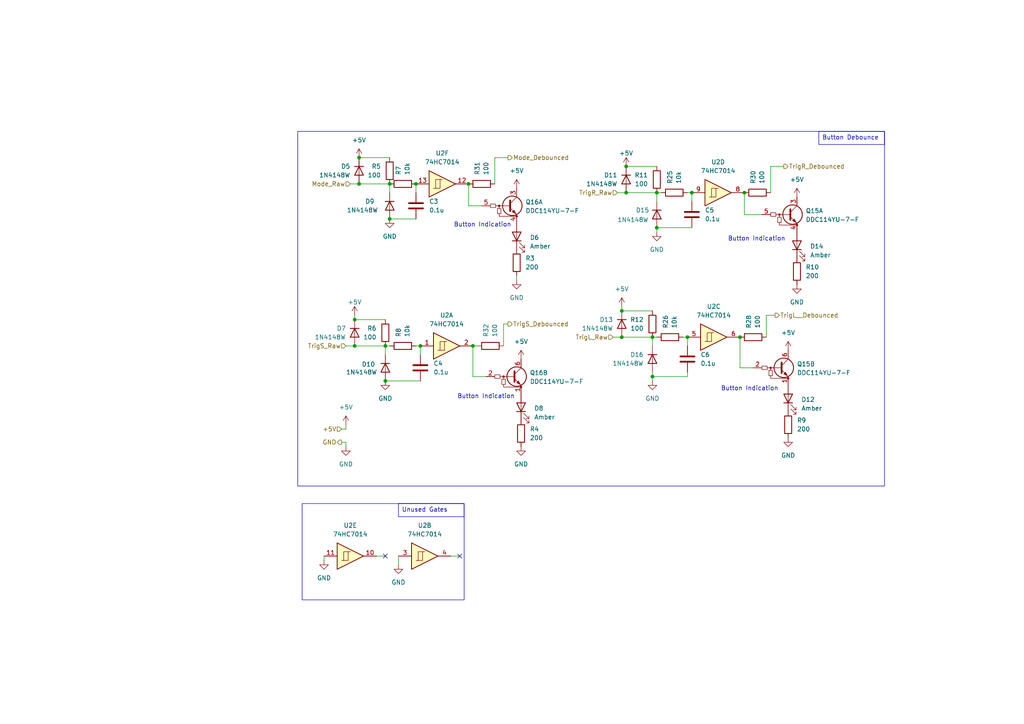
<source format=kicad_sch>
(kicad_sch (version 20250114) (generator "eeschema") (generator_version "9.0")
  (paper "A4")
  (lib_symbols
    (symbol "74xx:74HC7014"
      (property "Reference" "U" (at 0 1.27 0))
      (property "Value" "74HC7014" (at 0 -1.27 0))
      (symbol "74HC7014_1_1"
        (polyline (pts (xy -3.81 3.81) (xy -3.81 -3.81) (xy 3.81 0) (xy -3.81 3.81)) (stroke (width 0.254)) (fill (type background)))
        (polyline (pts (xy -2.54 -1.27) (xy -0.635 -1.27) (xy -0.635 1.27) (xy 0 1.27)))
        (polyline (pts (xy -1.905 -1.27) (xy -1.905 1.27) (xy -0.635 1.27)))
        (pin input line (at -7.62 0 0) (length 3.81) (name "~") (number "1"))
        (pin output line (at 7.62 0 180) (length 3.81) (name "~") (number "2"))
      )
      (symbol "74HC7014_2_1"
        (polyline (pts (xy -3.81 3.81) (xy -3.81 -3.81) (xy 3.81 0) (xy -3.81 3.81)) (stroke (width 0.254)) (fill (type background)))
        (polyline (pts (xy -2.54 -1.27) (xy -0.635 -1.27) (xy -0.635 1.27) (xy 0 1.27)))
        (polyline (pts (xy -1.905 -1.27) (xy -1.905 1.27) (xy -0.635 1.27)))
        (pin input line (at -7.62 0 0) (length 3.81) (name "~") (number "3"))
        (pin output line (at 7.62 0 180) (length 3.81) (name "~") (number "4"))
      )
      (symbol "74HC7014_3_1"
        (polyline (pts (xy -3.81 3.81) (xy -3.81 -3.81) (xy 3.81 0) (xy -3.81 3.81)) (stroke (width 0.254)) (fill (type background)))
        (polyline (pts (xy -2.54 -1.27) (xy -0.635 -1.27) (xy -0.635 1.27) (xy 0 1.27)))
        (polyline (pts (xy -1.905 -1.27) (xy -1.905 1.27) (xy -0.635 1.27)))
        (pin input line (at -7.62 0 0) (length 3.81) (name "~") (number "5"))
        (pin output line (at 7.62 0 180) (length 3.81) (name "~") (number "6"))
      )
      (symbol "74HC7014_4_1"
        (polyline (pts (xy -3.81 3.81) (xy -3.81 -3.81) (xy 3.81 0) (xy -3.81 3.81)) (stroke (width 0.254)) (fill (type background)))
        (polyline (pts (xy -2.54 -1.27) (xy -0.635 -1.27) (xy -0.635 1.27) (xy 0 1.27)))
        (polyline (pts (xy -1.905 -1.27) (xy -1.905 1.27) (xy -0.635 1.27)))
        (pin input line (at -7.62 0 0) (length 3.81) (name "~") (number "9"))
        (pin output line (at 7.62 0 180) (length 3.81) (name "~") (number "8"))
      )
      (symbol "74HC7014_5_1"
        (polyline (pts (xy -3.81 3.81) (xy -3.81 -3.81) (xy 3.81 0) (xy -3.81 3.81)) (stroke (width 0.254)) (fill (type background)))
        (polyline (pts (xy -2.54 -1.27) (xy -0.635 -1.27) (xy -0.635 1.27) (xy 0 1.27)))
        (polyline (pts (xy -1.905 -1.27) (xy -1.905 1.27) (xy -0.635 1.27)))
        (pin input line (at -7.62 0 0) (length 3.81) (name "~") (number "11"))
        (pin output line (at 7.62 0 180) (length 3.81) (name "~") (number "10"))
      )
      (symbol "74HC7014_6_1"
        (polyline (pts (xy -3.81 3.81) (xy -3.81 -3.81) (xy 3.81 0) (xy -3.81 3.81)) (stroke (width 0.254)) (fill (type background)))
        (polyline (pts (xy -2.54 -1.27) (xy -0.635 -1.27) (xy -0.635 1.27) (xy 0 1.27)))
        (polyline (pts (xy -1.905 -1.27) (xy -1.905 1.27) (xy -0.635 1.27)))
        (pin input line (at -7.62 0 0) (length 3.81) (name "~") (number "13"))
        (pin output line (at 7.62 0 180) (length 3.81) (name "~") (number "12"))
      )
      (symbol "74HC7014_7_1"
        (rectangle (start -5.08 7.62) (end 5.08 -7.62) (stroke (width 0.254)) (fill (type background)))
        (pin power_in line (at 0 12.7 270) (length 5.08) (name "VCC") (number "14"))
        (pin power_in line (at 0 -12.7 90) (length 5.08) (name "GND") (number "7"))
      )
    )
    (symbol "Device:C" (pin_numbers (hide yes)) (pin_names (offset 0.254))
      (property "Reference" "C" (at 0.635 2.54 0))
      (property "Value" "C" (at 0.635 -2.54 0))
      (symbol "C_0_1"
        (polyline (pts (xy -2.032 0.762) (xy 2.032 0.762)) (stroke (width 0.508)))
        (polyline (pts (xy -2.032 -0.762) (xy 2.032 -0.762)) (stroke (width 0.508)))
      )
      (symbol "C_1_1"
        (pin passive line (at 0 3.81 270) (length 2.794) (name "~") (number "1"))
        (pin passive line (at 0 -3.81 90) (length 2.794) (name "~") (number "2"))
      )
    )
    (symbol "Device:LED" (pin_numbers (hide yes)) (pin_names (offset 1.016) (hide yes))
      (property "Reference" "D" (at 0 2.54 0))
      (property "Value" "LED" (at 0 -2.54 0))
      (symbol "LED_0_1"
        (polyline (pts (xy -3.048 -0.762) (xy -4.572 -2.286) (xy -3.81 -2.286) (xy -4.572 -2.286) (xy -4.572 -1.524)))
        (polyline (pts (xy -1.778 -0.762) (xy -3.302 -2.286) (xy -2.54 -2.286) (xy -3.302 -2.286) (xy -3.302 -1.524)))
        (polyline (pts (xy -1.27 0) (xy 1.27 0)))
        (polyline (pts (xy -1.27 -1.27) (xy -1.27 1.27)) (stroke (width 0.254)))
        (polyline (pts (xy 1.27 -1.27) (xy 1.27 1.27) (xy -1.27 0) (xy 1.27 -1.27)) (stroke (width 0.254)))
      )
      (symbol "LED_1_1"
        (pin passive line (at -3.81 0 0) (length 2.54) (name "K") (number "1"))
        (pin passive line (at 3.81 0 180) (length 2.54) (name "A") (number "2"))
      )
    )
    (symbol "Device:Q_Dual_NPN_NPN_BRT_E1B1C2E2B2C1" (pin_names (hide yes))
      (property "Reference" "Q" (at 3.81 1.27 0))
      (property "Value" "Q_Dual_NPN_NPN_BRT_E1B1C2E2B2C1" (at 3.81 -1.27 0))
      (symbol "Q_Dual_NPN_NPN_BRT_E1B1C2E2B2C1_0_1"
        (rectangle (start -6.35 0.508) (end -4.826 -0.508))
        (rectangle (start -4.318 -2.286) (end -3.302 -0.762))
        (circle (center -3.81 0) (radius 0.254) (fill (type outline)))
        (polyline (pts (xy -3.81 -0.762) (xy -3.81 0)))
        (polyline (pts (xy -3.81 -2.286) (xy -3.81 -3.048) (xy 1.27 -3.048)))
        (polyline (pts (xy -0.762 0) (xy -4.826 0)))
        (polyline (pts (xy -0.635 1.524) (xy -0.635 -1.524)) (stroke (width 0.508)))
        (circle (center 1.27 -3.048) (radius 0.254) (fill (type outline)))
      )
      (symbol "Q_Dual_NPN_NPN_BRT_E1B1C2E2B2C1_1_1"
        (polyline (pts (xy -0.635 0.635) (xy 1.27 2.54)))
        (polyline (pts (xy -0.635 -0.635) (xy 1.27 -2.54) (xy 1.27 -2.54)))
        (circle (center 0 0) (radius 2.8194) (stroke (width 0.254)))
        (polyline (pts (xy 0 -1.778) (xy 0.508 -1.27) (xy 1.016 -2.286) (xy 0 -1.778) (xy 0 -1.778)) (fill (type outline)))
        (pin input line (at -8.89 0 0) (length 2.54) (name "B1") (number "5"))
        (pin passive line (at 1.27 5.08 270) (length 2.54) (name "C1") (number "3"))
        (pin passive line (at 1.27 -5.08 90) (length 2.54) (name "E1") (number "4"))
      )
      (symbol "Q_Dual_NPN_NPN_BRT_E1B1C2E2B2C1_2_1"
        (polyline (pts (xy -0.635 0.635) (xy 1.27 2.54)))
        (polyline (pts (xy -0.635 -0.635) (xy 1.27 -2.54) (xy 1.27 -2.54)))
        (circle (center 0 0) (radius 2.8194) (stroke (width 0.254)))
        (polyline (pts (xy 0 -1.778) (xy 0.508 -1.27) (xy 1.016 -2.286) (xy 0 -1.778) (xy 0 -1.778)) (fill (type outline)))
        (pin input line (at -8.89 0 0) (length 2.54) (name "B1") (number "2"))
        (pin passive line (at 1.27 5.08 270) (length 2.54) (name "C1") (number "6"))
        (pin passive line (at 1.27 -5.08 90) (length 2.54) (name "E1") (number "1"))
      )
    )
    (symbol "Device:R" (pin_numbers (hide yes)) (pin_names (offset 0))
      (property "Reference" "R" (at 2.032 0 90))
      (property "Value" "R" (at 0 0 90))
      (symbol "R_0_1"
        (rectangle (start -1.016 -2.54) (end 1.016 2.54) (stroke (width 0.254)))
      )
      (symbol "R_1_1"
        (pin passive line (at 0 3.81 270) (length 1.27) (name "~") (number "1"))
        (pin passive line (at 0 -3.81 90) (length 1.27) (name "~") (number "2"))
      )
    )
    (symbol "Diode:1N4148W" (pin_numbers (hide yes)) (pin_names (hide yes))
      (property "Reference" "D" (at 0 2.54 0))
      (property "Value" "1N4148W" (at 0 -2.54 0))
      (symbol "1N4148W_0_1"
        (polyline (pts (xy -1.27 1.27) (xy -1.27 -1.27)) (stroke (width 0.254)))
        (polyline (pts (xy 1.27 1.27) (xy 1.27 -1.27) (xy -1.27 0) (xy 1.27 1.27)) (stroke (width 0.254)))
        (polyline (pts (xy 1.27 0) (xy -1.27 0)))
      )
      (symbol "1N4148W_1_1"
        (pin passive line (at -3.81 0 0) (length 2.54) (name "K") (number "1"))
        (pin passive line (at 3.81 0 180) (length 2.54) (name "A") (number "2"))
      )
    )
    (symbol "power:+5V" (power) (pin_names (offset 0))
      (property "Value" "+5V" (at 0 3.556 0))
      (symbol "+5V_0_1"
        (polyline (pts (xy -0.762 1.27) (xy 0 2.54)))
        (polyline (pts (xy 0 2.54) (xy 0.762 1.27)))
        (polyline (pts (xy 0 0) (xy 0 2.54)))
      )
      (symbol "+5V_1_1"
        (pin power_in line (at 0 0 90) (length 0) (hide yes) (name "+5V") (number "1"))
      )
    )
    (symbol "power:GND" (power) (pin_names (offset 0))
      (property "Value" "GND" (at 0 -3.81 0))
      (symbol "GND_0_1"
        (polyline (pts (xy 0 0) (xy 0 -1.27) (xy 1.27 -1.27) (xy 0 -2.54) (xy -1.27 -1.27) (xy 0 -1.27)))
      )
      (symbol "GND_1_1"
        (pin power_in line (at 0 0 270) (length 0) (hide yes) (name "GND") (number "1"))
      )
    )
  )
  (rectangle (start 86.36 38.1) (end 256.54 140.97))
  (rectangle (start 87.63 146.05) (end 134.62 173.99))
  (text "Button Indication" (at 217.424 112.776 0) (effects (font (size 1.27 1.27))))
  (text "Button Indication" (at 139.954 65.278 0) (effects (font (size 1.27 1.27))))
  (text "Button Indication" (at 140.97 115.062 0) (effects (font (size 1.27 1.27))))
  (text "Button Indication" (at 219.456 69.342 0) (effects (font (size 1.27 1.27))))
  (text_box "Unused Gates" (at 115.57 146.05 0) (size 19.05 3.81) (margins 0.9525 0.9525 0.9525 0.9525) (effects (font (size 1.27 1.27)) (justify left top)))
  (text_box "Button Debounce" (at 237.49 38.1 0) (size 19.05 3.81) (margins 0.9525 0.9525 0.9525 0.9525) (effects (font (size 1.27 1.27)) (justify left top)))
  (junction (at 104.14 45.72))
  (junction (at 190.5 66.04))
  (junction (at 137.16 100.33))
  (junction (at 190.5 55.88))
  (junction (at 181.61 48.26))
  (junction (at 189.23 97.79))
  (junction (at 120.65 53.34))
  (junction (at 111.76 110.49))
  (junction (at 200.66 55.88))
  (junction (at 135.89 53.34))
  (junction (at 113.03 53.34))
  (junction (at 111.76 100.33))
  (junction (at 180.34 90.17))
  (junction (at 199.39 97.79))
  (junction (at 121.92 100.33))
  (junction (at 214.63 97.79))
  (junction (at 102.87 100.33))
  (junction (at 189.23 109.22))
  (junction (at 113.03 63.5))
  (junction (at 102.87 92.71))
  (junction (at 215.9 55.88))
  (junction (at 181.61 55.88))
  (junction (at 180.34 97.79))
  (junction (at 104.14 53.34))
  (no_connect (at 111.76 161.29))
  (no_connect (at 133.35 161.29))
  (wire (pts (xy 191.77 55.88) (xy 190.5 55.88)))
  (wire (pts (xy 189.23 100.33) (xy 189.23 97.79)))
  (wire (pts (xy 181.61 48.26) (xy 190.5 48.26)))
  (wire (pts (xy 102.87 92.71) (xy 102.87 91.44)))
  (wire (pts (xy 120.65 55.88) (xy 120.65 53.34)))
  (wire (pts (xy 111.76 100.33) (xy 111.76 102.87)))
  (wire (pts (xy 189.23 107.95) (xy 189.23 109.22)))
  (wire (pts (xy 101.6 53.34) (xy 104.14 53.34)))
  (wire (pts (xy 93.98 161.29) (xy 93.98 162.56)))
  (wire (pts (xy 214.63 97.79) (xy 214.63 106.68)))
  (wire (pts (xy 190.5 55.88) (xy 190.5 58.42)))
  (wire (pts (xy 104.14 53.34) (xy 113.03 53.34)))
  (wire (pts (xy 113.03 53.34) (xy 113.03 55.88)))
  (wire (pts (xy 100.33 128.27) (xy 100.33 129.54)))
  (wire (pts (xy 140.97 109.22) (xy 137.16 109.22)))
  (wire (pts (xy 99.06 128.27) (xy 100.33 128.27)))
  (wire (pts (xy 198.12 97.79) (xy 199.39 97.79)))
  (wire (pts (xy 189.23 109.22) (xy 189.23 110.49)))
  (wire (pts (xy 180.34 97.79) (xy 189.23 97.79)))
  (wire (pts (xy 135.89 53.34) (xy 135.89 59.69)))
  (wire (pts (xy 143.51 45.72) (xy 143.51 53.34)))
  (wire (pts (xy 215.9 55.88) (xy 215.9 62.23)))
  (wire (pts (xy 214.63 106.68) (xy 218.44 106.68)))
  (wire (pts (xy 130.81 161.29) (xy 133.35 161.29)))
  (wire (pts (xy 99.06 124.46) (xy 100.33 124.46)))
  (wire (pts (xy 199.39 100.33) (xy 199.39 97.79)))
  (wire (pts (xy 102.87 100.33) (xy 111.76 100.33)))
  (wire (pts (xy 137.16 109.22) (xy 137.16 100.33)))
  (wire (pts (xy 223.52 48.26) (xy 227.33 48.26)))
  (wire (pts (xy 189.23 109.22) (xy 199.39 109.22)))
  (wire (pts (xy 137.16 100.33) (xy 138.43 100.33)))
  (wire (pts (xy 149.86 80.01) (xy 149.86 81.28)))
  (wire (pts (xy 104.14 45.72) (xy 113.03 45.72)))
  (wire (pts (xy 146.05 93.98) (xy 147.32 93.98)))
  (wire (pts (xy 190.5 66.04) (xy 190.5 67.31)))
  (wire (pts (xy 220.98 62.23) (xy 215.9 62.23)))
  (wire (pts (xy 200.66 58.42) (xy 200.66 55.88)))
  (wire (pts (xy 115.57 161.29) (xy 115.57 163.83)))
  (wire (pts (xy 180.34 88.9) (xy 180.34 90.17)))
  (wire (pts (xy 179.07 55.88) (xy 181.61 55.88)))
  (wire (pts (xy 100.33 124.46) (xy 100.33 123.19)))
  (wire (pts (xy 100.33 100.33) (xy 102.87 100.33)))
  (wire (pts (xy 199.39 107.95) (xy 199.39 109.22)))
  (wire (pts (xy 135.89 59.69) (xy 139.7 59.69)))
  (wire (pts (xy 111.76 100.33) (xy 113.03 100.33)))
  (wire (pts (xy 223.52 48.26) (xy 223.52 55.88)))
  (wire (pts (xy 222.25 91.44) (xy 222.25 97.79)))
  (wire (pts (xy 180.34 90.17) (xy 189.23 90.17)))
  (wire (pts (xy 190.5 97.79) (xy 189.23 97.79)))
  (wire (pts (xy 222.25 91.44) (xy 224.79 91.44)))
  (wire (pts (xy 190.5 66.04) (xy 200.66 66.04)))
  (wire (pts (xy 181.61 55.88) (xy 190.5 55.88)))
  (wire (pts (xy 120.65 100.33) (xy 121.92 100.33)))
  (wire (pts (xy 146.05 93.98) (xy 146.05 100.33)))
  (wire (pts (xy 177.8 97.79) (xy 180.34 97.79)))
  (wire (pts (xy 102.87 92.71) (xy 111.76 92.71)))
  (wire (pts (xy 113.03 63.5) (xy 120.65 63.5)))
  (wire (pts (xy 109.22 161.29) (xy 111.76 161.29)))
  (wire (pts (xy 121.92 102.87) (xy 121.92 100.33)))
  (wire (pts (xy 111.76 110.49) (xy 121.92 110.49)))
  (wire (pts (xy 143.51 45.72) (xy 147.32 45.72)))
  (wire (pts (xy 199.39 55.88) (xy 200.66 55.88)))
  (hierarchical_label "GND" (shape output) (at 99.06 128.27 180))
  (hierarchical_label "TrigS_Debounced" (shape output) (at 147.32 93.98 0))
  (hierarchical_label "Mode_Raw" (shape input) (at 101.6 53.34 180))
  (hierarchical_label "+5V" (shape input) (at 99.06 124.46 180))
  (hierarchical_label "TrigR_Raw" (shape input) (at 179.07 55.88 180))
  (hierarchical_label "TrigL__Debounced" (shape output) (at 224.79 91.44 0))
  (hierarchical_label "TrigL_Raw" (shape input) (at 177.8 97.79 180))
  (hierarchical_label "TrigR_Debounced" (shape output) (at 227.33 48.26 0))
  (hierarchical_label "Mode_Debounced" (shape output) (at 147.32 45.72 0))
  (hierarchical_label "TrigS_Raw" (shape input) (at 100.33 100.33 180))
  (symbol (lib_id "power:GND") (at 100.33 129.54 0) (unit 1)
    (property "Reference" "#PWR055" (effects (hide yes)))
    (property "Value" "GND" (at 100.33 134.62 0))
    (property "Description" "Power symbol creates a global label with name \"GND\" , ground" (effects (hide yes)))
  )
  (symbol (lib_id "power:+5V") (at 104.14 45.72 0) (unit 1)
    (property "Reference" "#PWR018" (effects (hide yes)))
    (property "Value" "+5V" (at 104.14 40.64 0))
    (property "Description" "Power symbol creates a global label with name \"+5V\"" (effects (hide yes)))
  )
  (symbol (lib_id "Device:R") (at 218.44 97.79 90) (unit 1)
    (property "Reference" "R28" (at 217.1699 95.25 0) (effects (justify left)))
    (property "Value" "100" (at 219.7099 95.25 0) (effects (justify left)))
    (property "Footprint" "Resistor_SMD:R_0805_2012Metric" (effects (hide yes)))
    (property "Description" "Resistor" (effects (hide yes)))
  )
  (symbol (lib_id "power:+5V") (at 102.87 91.44 0) (unit 1)
    (property "Reference" "#PWR019" (effects (hide yes)))
    (property "Value" "+5V" (at 102.87 87.63 0))
    (property "Description" "Power symbol creates a global label with name \"+5V\"" (effects (hide yes)))
  )
  (symbol (lib_id "Device:C") (at 121.92 106.68 0) (unit 1)
    (property "Reference" "C4" (at 125.73 105.4099 0) (effects (justify left)))
    (property "Value" "0.1u" (at 125.73 107.9499 0) (effects (justify left)))
    (property "Footprint" "Capacitor_SMD:C_0805_2012Metric" (effects (hide yes)))
    (property "Description" "Unpolarized capacitor" (effects (hide yes)))
  )
  (symbol (lib_id "Device:C") (at 199.39 104.14 0) (unit 1)
    (property "Reference" "C6" (at 203.2 102.8699 0) (effects (justify left)))
    (property "Value" "0.1u" (at 203.2 105.4099 0) (effects (justify left)))
    (property "Footprint" "Capacitor_SMD:C_0805_2012Metric" (effects (hide yes)))
    (property "Description" "Unpolarized capacitor" (effects (hide yes)))
  )
  (symbol (lib_id "Device:R") (at 219.71 55.88 90) (unit 1)
    (property "Reference" "R30" (at 218.4399 53.34 0) (effects (justify left)))
    (property "Value" "100" (at 220.9799 53.34 0) (effects (justify left)))
    (property "Footprint" "Resistor_SMD:R_0805_2012Metric" (effects (hide yes)))
    (property "Description" "Resistor" (effects (hide yes)))
  )
  (symbol (lib_id "power:+5V") (at 181.61 48.26 0) (unit 1)
    (property "Reference" "#PWR022" (effects (hide yes)))
    (property "Value" "+5V" (at 181.61 44.45 0))
    (property "Description" "Power symbol creates a global label with name \"+5V\"" (effects (hide yes)))
  )
  (symbol (lib_id "power:GND") (at 115.57 163.83 0) (unit 1)
    (property "Reference" "#PWR047" (effects (hide yes)))
    (property "Value" "GND" (at 115.57 168.91 0))
    (property "Description" "Power symbol creates a global label with name \"GND\" , ground" (effects (hide yes)))
  )
  (symbol (lib_id "Device:R") (at 149.86 76.2 0) (unit 1)
    (property "Reference" "R3" (at 152.4 74.9299 0) (effects (justify left)))
    (property "Value" "200" (at 152.4 77.4699 0) (effects (justify left)))
    (property "Footprint" "Resistor_SMD:R_0805_2012Metric" (effects (hide yes)))
    (property "Description" "Resistor" (effects (hide yes)))
  )
  (symbol (lib_id "Device:R") (at 195.58 55.88 90) (unit 1)
    (property "Reference" "R25" (at 194.3099 53.34 0) (effects (justify left)))
    (property "Value" "10k" (at 196.8499 53.34 0) (effects (justify left)))
    (property "Footprint" "Resistor_SMD:R_0805_2012Metric" (effects (hide yes)))
    (property "Description" "Resistor" (effects (hide yes)))
  )
  (symbol (lib_id "power:GND") (at 149.86 81.28 0) (unit 1)
    (property "Reference" "#PWR068" (effects (hide yes)))
    (property "Value" "GND" (at 149.86 86.36 0))
    (property "Description" "Power symbol creates a global label with name \"GND\" , ground" (effects (hide yes)))
  )
  (symbol (lib_id "Device:R") (at 116.84 100.33 90) (unit 1)
    (property "Reference" "R8" (at 115.5699 97.79 0) (effects (justify left)))
    (property "Value" "10k" (at 118.1099 97.79 0) (effects (justify left)))
    (property "Footprint" "Resistor_SMD:R_0805_2012Metric" (effects (hide yes)))
    (property "Description" "Resistor" (effects (hide yes)))
  )
  (symbol (lib_id "74xx:74HC7014") (at 208.28 55.88 0) (unit 4)
    (property "Reference" "U2" (at 208.28 46.99 0))
    (property "Value" "74HC7014" (at 208.28 49.53 0))
    (property "Footprint" "Package_SO:SOIC-14_3.9x8.7mm_P1.27mm" (effects (hide yes)))
    (property "Datasheet" "https://assets.nexperia.com/documents/data-sheet/74HC7014.pdf" (effects (hide yes)))
    (property "Description" "Hex non-inverting buffer with precision Schmitt Trigger inputs, SOIC-14" (effects (hide yes)))
  )
  (symbol (lib_id "Diode:1N4148W") (at 102.87 96.52 90) (mirror x) (unit 1)
    (property "Reference" "D7" (at 100.33 95.2499 90) (effects (justify left)))
    (property "Value" "1N4148W" (at 100.33 97.7899 90) (effects (justify left)))
    (property "Footprint" "Diode_SMD:D_SOD-123" (effects (hide yes)))
    (property "Datasheet" "https://www.vishay.com/docs/85748/1n4148w.pdf" (effects (hide yes)))
    (property "Description" "75V 0.15A Fast Switching Diode, SOD-123" (effects (hide yes)))
    (property "Sim.Device" "D" (effects (hide yes)))
    (property "Sim.Pins" "1=K 2=A" (effects (hide yes)))
  )
  (symbol (lib_id "power:+5V") (at 180.34 88.9 0) (unit 1)
    (property "Reference" "#PWR023" (effects (hide yes)))
    (property "Value" "+5V" (at 180.34 83.82 0))
    (property "Description" "Power symbol creates a global label with name \"+5V\"" (effects (hide yes)))
  )
  (symbol (lib_id "Device:C") (at 120.65 59.69 0) (unit 1)
    (property "Reference" "C3" (at 124.46 58.4199 0) (effects (justify left)))
    (property "Value" "0.1u" (at 124.46 60.9599 0) (effects (justify left)))
    (property "Footprint" "Capacitor_SMD:C_0805_2012Metric" (effects (hide yes)))
    (property "Description" "Unpolarized capacitor" (effects (hide yes)))
  )
  (symbol (lib_id "Device:R") (at 194.31 97.79 90) (unit 1)
    (property "Reference" "R26" (at 193.0399 95.25 0) (effects (justify left)))
    (property "Value" "10k" (at 195.5799 95.25 0) (effects (justify left)))
    (property "Footprint" "Resistor_SMD:R_0805_2012Metric" (effects (hide yes)))
    (property "Description" "Resistor" (effects (hide yes)))
  )
  (symbol (lib_id "Diode:1N4148W") (at 189.23 104.14 90) (mirror x) (unit 1)
    (property "Reference" "D16" (at 186.69 102.8699 90) (effects (justify left)))
    (property "Value" "1N4148W" (at 186.69 105.4099 90) (effects (justify left)))
    (property "Footprint" "Diode_SMD:D_SOD-123" (effects (hide yes)))
    (property "Datasheet" "https://www.vishay.com/docs/85748/1n4148w.pdf" (effects (hide yes)))
    (property "Description" "75V 0.15A Fast Switching Diode, SOD-123" (effects (hide yes)))
    (property "Sim.Device" "D" (effects (hide yes)))
    (property "Sim.Pins" "1=K 2=A" (effects (hide yes)))
  )
  (symbol (lib_id "Device:R") (at 231.14 78.74 0) (unit 1)
    (property "Reference" "R10" (at 233.68 77.4699 0) (effects (justify left)))
    (property "Value" "200" (at 233.68 80.0099 0) (effects (justify left)))
    (property "Footprint" "Resistor_SMD:R_0805_2012Metric" (effects (hide yes)))
    (property "Description" "Resistor" (effects (hide yes)))
  )
  (symbol (lib_id "Device:LED") (at 231.14 71.12 90) (unit 1)
    (property "Reference" "D14" (at 234.95 71.4374 90) (effects (justify right)))
    (property "Value" "Amber" (at 234.95 73.9774 90) (effects (justify right)))
    (property "Footprint" "LED_SMD:LED_0805_2012Metric" (effects (hide yes)))
    (property "Description" "Light emitting diode" (effects (hide yes)))
  )
  (symbol (lib_id "Device:R") (at 111.76 96.52 0) (mirror y) (unit 1)
    (property "Reference" "R6" (at 109.22 95.2499 0) (effects (justify left)))
    (property "Value" "100" (at 109.22 97.7899 0) (effects (justify left)))
    (property "Footprint" "Resistor_SMD:R_0805_2012Metric" (effects (hide yes)))
    (property "Description" "Resistor" (effects (hide yes)))
  )
  (symbol (lib_id "Device:R") (at 116.84 53.34 90) (unit 1)
    (property "Reference" "R7" (at 115.5699 50.8 0) (effects (justify left)))
    (property "Value" "10k" (at 118.1099 50.8 0) (effects (justify left)))
    (property "Footprint" "Resistor_SMD:R_0805_2012Metric" (effects (hide yes)))
    (property "Description" "Resistor" (effects (hide yes)))
  )
  (symbol (lib_id "Device:LED") (at 149.86 68.58 90) (unit 1)
    (property "Reference" "D6" (at 153.67 68.8974 90) (effects (justify right)))
    (property "Value" "Amber" (at 153.67 71.4374 90) (effects (justify right)))
    (property "Footprint" "LED_SMD:LED_0805_2012Metric" (effects (hide yes)))
    (property "Description" "Light emitting diode" (effects (hide yes)))
  )
  (symbol (lib_id "power:+5V") (at 100.33 123.19 0) (unit 1)
    (property "Reference" "#PWR054" (effects (hide yes)))
    (property "Value" "+5V" (at 100.33 118.11 0))
    (property "Description" "Power symbol creates a global label with name \"+5V\"" (effects (hide yes)))
  )
  (symbol (lib_id "Device:R") (at 142.24 100.33 90) (unit 1)
    (property "Reference" "R32" (at 140.9699 97.79 0) (effects (justify left)))
    (property "Value" "100" (at 143.5099 97.79 0) (effects (justify left)))
    (property "Footprint" "Resistor_SMD:R_0805_2012Metric" (effects (hide yes)))
    (property "Description" "Resistor" (effects (hide yes)))
  )
  (symbol (lib_id "Diode:1N4148W") (at 113.03 59.69 270) (unit 1)
    (property "Reference" "D9" (at 105.918 58.42 90) (effects (justify left)))
    (property "Value" "1N4148W" (at 100.584 60.96 90) (effects (justify left)))
    (property "Footprint" "Diode_SMD:D_SOD-123" (effects (hide yes)))
    (property "Datasheet" "https://www.vishay.com/docs/85748/1n4148w.pdf" (effects (hide yes)))
    (property "Description" "75V 0.15A Fast Switching Diode, SOD-123" (effects (hide yes)))
    (property "Sim.Device" "D" (effects (hide yes)))
    (property "Sim.Pins" "1=K 2=A" (effects (hide yes)))
  )
  (symbol (lib_id "Diode:1N4148W") (at 180.34 93.98 90) (mirror x) (unit 1)
    (property "Reference" "D13" (at 177.8 92.7099 90) (effects (justify left)))
    (property "Value" "1N4148W" (at 177.8 95.2499 90) (effects (justify left)))
    (property "Footprint" "Diode_SMD:D_SOD-123" (effects (hide yes)))
    (property "Datasheet" "https://www.vishay.com/docs/85748/1n4148w.pdf" (effects (hide yes)))
    (property "Description" "75V 0.15A Fast Switching Diode, SOD-123" (effects (hide yes)))
    (property "Sim.Device" "D" (effects (hide yes)))
    (property "Sim.Pins" "1=K 2=A" (effects (hide yes)))
  )
  (symbol (lib_id "power:+5V") (at 228.6 101.6 0) (unit 1)
    (property "Reference" "#PWR073" (effects (hide yes)))
    (property "Value" "+5V" (at 228.6 96.52 0))
    (property "Description" "Power symbol creates a global label with name \"+5V\"" (effects (hide yes)))
  )
  (symbol (lib_id "Diode:1N4148W") (at 104.14 49.53 90) (mirror x) (unit 1)
    (property "Reference" "D5" (at 101.6 48.2599 90) (effects (justify left)))
    (property "Value" "1N4148W" (at 101.6 50.7999 90) (effects (justify left)))
    (property "Footprint" "Diode_SMD:D_SOD-123" (effects (hide yes)))
    (property "Datasheet" "https://www.vishay.com/docs/85748/1n4148w.pdf" (effects (hide yes)))
    (property "Description" "75V 0.15A Fast Switching Diode, SOD-123" (effects (hide yes)))
    (property "Sim.Device" "D" (effects (hide yes)))
    (property "Sim.Pins" "1=K 2=A" (effects (hide yes)))
  )
  (symbol (lib_id "Device:Q_Dual_NPN_NPN_BRT_E1B1C2E2B2C1") (at 148.59 59.69 0) (unit 1)
    (property "Reference" "Q16" (at 152.4 58.5977 0) (effects (justify left)))
    (property "Value" "DDC114YU-7-F" (at 152.4 61.1377 0) (effects (justify left)))
    (property "Footprint" "Package_TO_SOT_SMD:SOT-363_SC-70-6" (effects (hide yes)))
    (property "Description" "Dual NPN bias resistor transistor, 6 pin package" (effects (hide yes)))
  )
  (symbol (lib_id "Device:Q_Dual_NPN_NPN_BRT_E1B1C2E2B2C1") (at 227.33 106.68 0) (unit 2)
    (property "Reference" "Q15" (at 231.14 105.5877 0) (effects (justify left)))
    (property "Value" "DDC114YU-7-F" (at 231.14 108.1277 0) (effects (justify left)))
    (property "Footprint" "Package_TO_SOT_SMD:SOT-363_SC-70-6" (effects (hide yes)))
    (property "Description" "Dual NPN bias resistor transistor, 6 pin package" (effects (hide yes)))
  )
  (symbol (lib_id "Device:R") (at 189.23 93.98 0) (mirror y) (unit 1)
    (property "Reference" "R12" (at 186.69 92.7099 0) (effects (justify left)))
    (property "Value" "100" (at 186.69 95.2499 0) (effects (justify left)))
    (property "Footprint" "Resistor_SMD:R_0805_2012Metric" (effects (hide yes)))
    (property "Description" "Resistor" (effects (hide yes)))
  )
  (symbol (lib_id "74xx:74HC7014") (at 129.54 100.33 0) (unit 1)
    (property "Reference" "U2" (at 129.54 91.44 0))
    (property "Value" "74HC7014" (at 129.54 93.98 0))
    (property "Footprint" "Package_SO:SOIC-14_3.9x8.7mm_P1.27mm" (effects (hide yes)))
    (property "Datasheet" "https://assets.nexperia.com/documents/data-sheet/74HC7014.pdf" (effects (hide yes)))
    (property "Description" "Hex non-inverting buffer with precision Schmitt Trigger inputs, SOIC-14" (effects (hide yes)))
  )
  (symbol (lib_id "power:+5V") (at 149.86 54.61 0) (unit 1)
    (property "Reference" "#PWR067" (effects (hide yes)))
    (property "Value" "+5V" (at 149.86 49.53 0))
    (property "Description" "Power symbol creates a global label with name \"+5V\"" (effects (hide yes)))
  )
  (symbol (lib_id "Device:LED") (at 228.6 115.57 90) (unit 1)
    (property "Reference" "D12" (at 232.41 115.8874 90) (effects (justify right)))
    (property "Value" "Amber" (at 232.41 118.4274 90) (effects (justify right)))
    (property "Footprint" "LED_SMD:LED_0805_2012Metric" (effects (hide yes)))
    (property "Description" "Light emitting diode" (effects (hide yes)))
  )
  (symbol (lib_id "power:+5V") (at 151.13 104.14 0) (unit 1)
    (property "Reference" "#PWR070" (effects (hide yes)))
    (property "Value" "+5V" (at 151.13 99.06 0))
    (property "Description" "Power symbol creates a global label with name \"+5V\"" (effects (hide yes)))
  )
  (symbol (lib_id "power:GND") (at 93.98 162.56 0) (unit 1)
    (property "Reference" "#PWR046" (effects (hide yes)))
    (property "Value" "GND" (at 93.98 167.64 0))
    (property "Description" "Power symbol creates a global label with name \"GND\" , ground" (effects (hide yes)))
  )
  (symbol (lib_id "Diode:1N4148W") (at 181.61 52.07 90) (mirror x) (unit 1)
    (property "Reference" "D11" (at 179.07 50.7999 90) (effects (justify left)))
    (property "Value" "1N4148W" (at 179.07 53.3399 90) (effects (justify left)))
    (property "Footprint" "Diode_SMD:D_SOD-123" (effects (hide yes)))
    (property "Datasheet" "https://www.vishay.com/docs/85748/1n4148w.pdf" (effects (hide yes)))
    (property "Description" "75V 0.15A Fast Switching Diode, SOD-123" (effects (hide yes)))
    (property "Sim.Device" "D" (effects (hide yes)))
    (property "Sim.Pins" "1=K 2=A" (effects (hide yes)))
  )
  (symbol (lib_id "Device:LED") (at 151.13 118.11 90) (unit 1)
    (property "Reference" "D8" (at 154.94 118.4274 90) (effects (justify right)))
    (property "Value" "Amber" (at 154.94 120.9674 90) (effects (justify right)))
    (property "Footprint" "LED_SMD:LED_0805_2012Metric" (effects (hide yes)))
    (property "Description" "Light emitting diode" (effects (hide yes)))
  )
  (symbol (lib_id "Device:R") (at 228.6 123.19 0) (unit 1)
    (property "Reference" "R9" (at 231.14 121.9199 0) (effects (justify left)))
    (property "Value" "200" (at 231.14 124.4599 0) (effects (justify left)))
    (property "Footprint" "Resistor_SMD:R_0805_2012Metric" (effects (hide yes)))
    (property "Description" "Resistor" (effects (hide yes)))
  )
  (symbol (lib_id "power:+5V") (at 231.14 57.15 0) (unit 1)
    (property "Reference" "#PWR071" (effects (hide yes)))
    (property "Value" "+5V" (at 231.14 52.07 0))
    (property "Description" "Power symbol creates a global label with name \"+5V\"" (effects (hide yes)))
  )
  (symbol (lib_id "power:GND") (at 231.14 82.55 0) (unit 1)
    (property "Reference" "#PWR072" (effects (hide yes)))
    (property "Value" "GND" (at 231.14 87.63 0))
    (property "Description" "Power symbol creates a global label with name \"GND\" , ground" (effects (hide yes)))
  )
  (symbol (lib_id "power:GND") (at 190.5 67.31 0) (unit 1)
    (property "Reference" "#PWR024" (effects (hide yes)))
    (property "Value" "GND" (at 190.5 72.39 0))
    (property "Description" "Power symbol creates a global label with name \"GND\" , ground" (effects (hide yes)))
  )
  (symbol (lib_id "power:GND") (at 189.23 110.49 0) (unit 1)
    (property "Reference" "#PWR025" (effects (hide yes)))
    (property "Value" "GND" (at 189.23 115.57 0))
    (property "Description" "Power symbol creates a global label with name \"GND\" , ground" (effects (hide yes)))
  )
  (symbol (lib_id "74xx:74HC7014") (at 128.27 53.34 0) (unit 6)
    (property "Reference" "U2" (at 128.27 44.45 0))
    (property "Value" "74HC7014" (at 128.27 46.99 0))
    (property "Footprint" "Package_SO:SOIC-14_3.9x8.7mm_P1.27mm" (effects (hide yes)))
    (property "Datasheet" "https://assets.nexperia.com/documents/data-sheet/74HC7014.pdf" (effects (hide yes)))
    (property "Description" "Hex non-inverting buffer with precision Schmitt Trigger inputs, SOIC-14" (effects (hide yes)))
  )
  (symbol (lib_id "power:GND") (at 228.6 127 0) (unit 1)
    (property "Reference" "#PWR074" (effects (hide yes)))
    (property "Value" "GND" (at 228.6 132.08 0))
    (property "Description" "Power symbol creates a global label with name \"GND\" , ground" (effects (hide yes)))
  )
  (symbol (lib_id "Diode:1N4148W") (at 111.76 106.68 270) (unit 1)
    (property "Reference" "D10" (at 104.902 105.664 90) (effects (justify left)))
    (property "Value" "1N4148W" (at 100.33 107.95 90) (effects (justify left)))
    (property "Footprint" "Diode_SMD:D_SOD-123" (effects (hide yes)))
    (property "Datasheet" "https://www.vishay.com/docs/85748/1n4148w.pdf" (effects (hide yes)))
    (property "Description" "75V 0.15A Fast Switching Diode, SOD-123" (effects (hide yes)))
    (property "Sim.Device" "D" (effects (hide yes)))
    (property "Sim.Pins" "1=K 2=A" (effects (hide yes)))
  )
  (symbol (lib_id "74xx:74HC7014") (at 123.19 161.29 0) (unit 2)
    (property "Reference" "U2" (at 123.19 152.4 0))
    (property "Value" "74HC7014" (at 123.19 154.94 0))
    (property "Footprint" "Package_SO:SOIC-14_3.9x8.7mm_P1.27mm" (effects (hide yes)))
    (property "Datasheet" "https://assets.nexperia.com/documents/data-sheet/74HC7014.pdf" (effects (hide yes)))
    (property "Description" "Hex non-inverting buffer with precision Schmitt Trigger inputs, SOIC-14" (effects (hide yes)))
  )
  (symbol (lib_id "power:GND") (at 111.76 110.49 0) (unit 1)
    (property "Reference" "#PWR021" (effects (hide yes)))
    (property "Value" "GND" (at 111.76 115.57 0))
    (property "Description" "Power symbol creates a global label with name \"GND\" , ground" (effects (hide yes)))
  )
  (symbol (lib_id "74xx:74HC7014") (at 101.6 161.29 0) (unit 5)
    (property "Reference" "U2" (at 101.6 152.4 0))
    (property "Value" "74HC7014" (at 101.6 154.94 0))
    (property "Footprint" "Package_SO:SOIC-14_3.9x8.7mm_P1.27mm" (effects (hide yes)))
    (property "Datasheet" "https://assets.nexperia.com/documents/data-sheet/74HC7014.pdf" (effects (hide yes)))
    (property "Description" "Hex non-inverting buffer with precision Schmitt Trigger inputs, SOIC-14" (effects (hide yes)))
  )
  (symbol (lib_id "Device:Q_Dual_NPN_NPN_BRT_E1B1C2E2B2C1") (at 229.87 62.23 0) (unit 1)
    (property "Reference" "Q15" (at 233.68 61.1377 0) (effects (justify left)))
    (property "Value" "DDC114YU-7-F" (at 233.68 63.6777 0) (effects (justify left)))
    (property "Footprint" "Package_TO_SOT_SMD:SOT-363_SC-70-6" (effects (hide yes)))
    (property "Description" "Dual NPN bias resistor transistor, 6 pin package" (effects (hide yes)))
  )
  (symbol (lib_id "power:GND") (at 151.13 129.54 0) (unit 1)
    (property "Reference" "#PWR069" (effects (hide yes)))
    (property "Value" "GND" (at 151.13 134.62 0))
    (property "Description" "Power symbol creates a global label with name \"GND\" , ground" (effects (hide yes)))
  )
  (symbol (lib_id "Device:R") (at 139.7 53.34 90) (unit 1)
    (property "Reference" "R31" (at 138.4299 50.8 0) (effects (justify left)))
    (property "Value" "100" (at 140.9699 50.8 0) (effects (justify left)))
    (property "Footprint" "Resistor_SMD:R_0805_2012Metric" (effects (hide yes)))
    (property "Description" "Resistor" (effects (hide yes)))
  )
  (symbol (lib_id "power:GND") (at 113.03 63.5 0) (unit 1)
    (property "Reference" "#PWR020" (effects (hide yes)))
    (property "Value" "GND" (at 113.03 68.58 0))
    (property "Description" "Power symbol creates a global label with name \"GND\" , ground" (effects (hide yes)))
  )
  (symbol (lib_id "Device:Q_Dual_NPN_NPN_BRT_E1B1C2E2B2C1") (at 149.86 109.22 0) (unit 2)
    (property "Reference" "Q16" (at 153.67 108.1277 0) (effects (justify left)))
    (property "Value" "DDC114YU-7-F" (at 153.67 110.6677 0) (effects (justify left)))
    (property "Footprint" "Package_TO_SOT_SMD:SOT-363_SC-70-6" (effects (hide yes)))
    (property "Description" "Dual NPN bias resistor transistor, 6 pin package" (effects (hide yes)))
  )
  (symbol (lib_id "Device:R") (at 151.13 125.73 0) (unit 1)
    (property "Reference" "R4" (at 153.67 124.4599 0) (effects (justify left)))
    (property "Value" "200" (at 153.67 126.9999 0) (effects (justify left)))
    (property "Footprint" "Resistor_SMD:R_0805_2012Metric" (effects (hide yes)))
    (property "Description" "Resistor" (effects (hide yes)))
  )
  (symbol (lib_id "Device:R") (at 113.03 49.53 0) (mirror y) (unit 1)
    (property "Reference" "R5" (at 110.49 48.2599 0) (effects (justify left)))
    (property "Value" "100" (at 110.49 50.7999 0) (effects (justify left)))
    (property "Footprint" "Resistor_SMD:R_0805_2012Metric" (effects (hide yes)))
    (property "Description" "Resistor" (effects (hide yes)))
  )
  (symbol (lib_id "Device:R") (at 190.5 52.07 0) (mirror y) (unit 1)
    (property "Reference" "R11" (at 187.96 50.7999 0) (effects (justify left)))
    (property "Value" "100" (at 187.96 53.3399 0) (effects (justify left)))
    (property "Footprint" "Resistor_SMD:R_0805_2012Metric" (effects (hide yes)))
    (property "Description" "Resistor" (effects (hide yes)))
  )
  (symbol (lib_id "74xx:74HC7014") (at 207.01 97.79 0) (unit 3)
    (property "Reference" "U2" (at 207.01 88.9 0))
    (property "Value" "74HC7014" (at 207.01 91.44 0))
    (property "Footprint" "Package_SO:SOIC-14_3.9x8.7mm_P1.27mm" (effects (hide yes)))
    (property "Datasheet" "https://assets.nexperia.com/documents/data-sheet/74HC7014.pdf" (effects (hide yes)))
    (property "Description" "Hex non-inverting buffer with precision Schmitt Trigger inputs, SOIC-14" (effects (hide yes)))
  )
  (symbol (lib_id "Diode:1N4148W") (at 190.5 62.23 270) (unit 1)
    (property "Reference" "D15" (at 184.404 60.96 90) (effects (justify left)))
    (property "Value" "1N4148W" (at 179.07 63.754 90) (effects (justify left)))
    (property "Footprint" "Diode_SMD:D_SOD-123" (effects (hide yes)))
    (property "Datasheet" "https://www.vishay.com/docs/85748/1n4148w.pdf" (effects (hide yes)))
    (property "Description" "75V 0.15A Fast Switching Diode, SOD-123" (effects (hide yes)))
    (property "Sim.Device" "D" (effects (hide yes)))
    (property "Sim.Pins" "1=K 2=A" (effects (hide yes)))
  )
  (symbol (lib_id "Device:C") (at 200.66 62.23 0) (unit 1)
    (property "Reference" "C5" (at 204.47 60.9599 0) (effects (justify left)))
    (property "Value" "0.1u" (at 204.47 63.4999 0) (effects (justify left)))
    (property "Footprint" "Capacitor_SMD:C_0805_2012Metric" (effects (hide yes)))
    (property "Description" "Unpolarized capacitor" (effects (hide yes)))
  )
)
</source>
